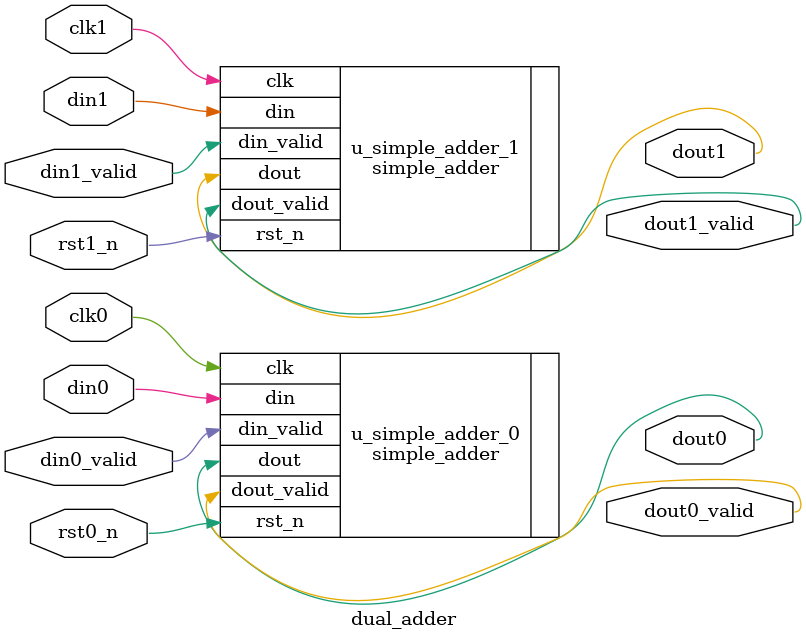
<source format=v>
module  dual_adder  #(
  parameter WIDTH0 = 1
 ,parameter WIDTH1 = 1

) (

   input  wire                clk0
  ,input  wire                rst0_n

  ,input  wire                din0_valid
  ,input  wire  [WIDTH0-1:0]  din0

  ,output wire                dout0_valid
  ,output wire  [WIDTH0-1:0]  dout0

  ,input  wire                clk1
  ,input  wire                rst1_n

  ,input  wire                din1_valid
  ,input  wire  [WIDTH1-1:0]  din1

  ,output wire                dout1_valid
  ,output wire  [WIDTH1-1:0]  dout1

);

  simple_adder  #(
    .WIDTH  (WIDTH0)

  ) u_simple_adder_0  (

     .clk           (clk0          )
    ,.rst_n         (rst0_n        )
                                   
    ,.din_valid     (din0_valid    )
    ,.din           (din0          )
                                   
    ,.dout_valid    (dout0_valid   )
    ,.dout          (dout0         )

  );


  simple_adder  #(
    .WIDTH  (WIDTH1)

  ) u_simple_adder_1  (

     .clk           (clk1          )
    ,.rst_n         (rst1_n        )
                                   
    ,.din_valid     (din1_valid    )
    ,.din           (din1          )
                                   
    ,.dout_valid    (dout1_valid   )
    ,.dout          (dout1         )

  );



endmodule //dual_adder


</source>
